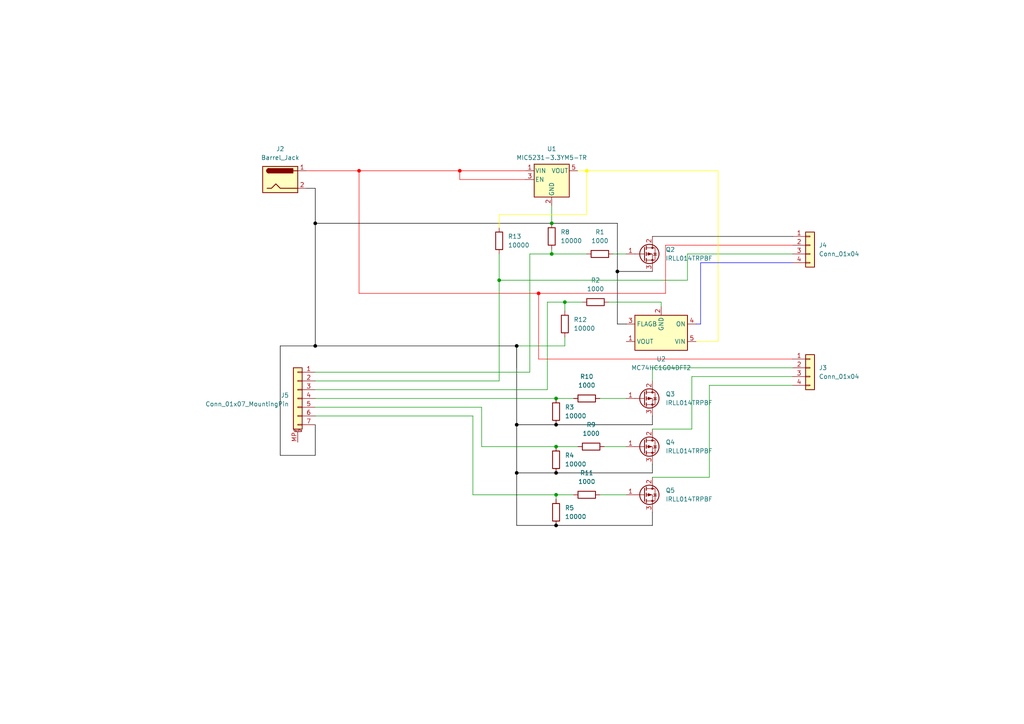
<source format=kicad_sch>
(kicad_sch (version 20230121) (generator eeschema)

  (uuid b877c464-db5e-4743-8cb3-a02e326c6afa)

  (paper "A4")

  (lib_symbols
    (symbol "Connector:Barrel_Jack" (pin_names (offset 1.016)) (in_bom yes) (on_board yes)
      (property "Reference" "J" (at 0 5.334 0)
        (effects (font (size 1.27 1.27)))
      )
      (property "Value" "Barrel_Jack" (at 0 -5.08 0)
        (effects (font (size 1.27 1.27)))
      )
      (property "Footprint" "" (at 1.27 -1.016 0)
        (effects (font (size 1.27 1.27)) hide)
      )
      (property "Datasheet" "~" (at 1.27 -1.016 0)
        (effects (font (size 1.27 1.27)) hide)
      )
      (property "ki_keywords" "DC power barrel jack connector" (at 0 0 0)
        (effects (font (size 1.27 1.27)) hide)
      )
      (property "ki_description" "DC Barrel Jack" (at 0 0 0)
        (effects (font (size 1.27 1.27)) hide)
      )
      (property "ki_fp_filters" "BarrelJack*" (at 0 0 0)
        (effects (font (size 1.27 1.27)) hide)
      )
      (symbol "Barrel_Jack_0_1"
        (rectangle (start -5.08 3.81) (end 5.08 -3.81)
          (stroke (width 0.254) (type default))
          (fill (type background))
        )
        (arc (start -3.302 3.175) (mid -3.9343 2.54) (end -3.302 1.905)
          (stroke (width 0.254) (type default))
          (fill (type none))
        )
        (arc (start -3.302 3.175) (mid -3.9343 2.54) (end -3.302 1.905)
          (stroke (width 0.254) (type default))
          (fill (type outline))
        )
        (polyline
          (pts
            (xy 5.08 2.54)
            (xy 3.81 2.54)
          )
          (stroke (width 0.254) (type default))
          (fill (type none))
        )
        (polyline
          (pts
            (xy -3.81 -2.54)
            (xy -2.54 -2.54)
            (xy -1.27 -1.27)
            (xy 0 -2.54)
            (xy 2.54 -2.54)
            (xy 5.08 -2.54)
          )
          (stroke (width 0.254) (type default))
          (fill (type none))
        )
        (rectangle (start 3.683 3.175) (end -3.302 1.905)
          (stroke (width 0.254) (type default))
          (fill (type outline))
        )
      )
      (symbol "Barrel_Jack_1_1"
        (pin passive line (at 7.62 2.54 180) (length 2.54)
          (name "~" (effects (font (size 1.27 1.27))))
          (number "1" (effects (font (size 1.27 1.27))))
        )
        (pin passive line (at 7.62 -2.54 180) (length 2.54)
          (name "~" (effects (font (size 1.27 1.27))))
          (number "2" (effects (font (size 1.27 1.27))))
        )
      )
    )
    (symbol "Connector_Generic:Conn_01x04" (pin_names (offset 1.016) hide) (in_bom yes) (on_board yes)
      (property "Reference" "J" (at 0 5.08 0)
        (effects (font (size 1.27 1.27)))
      )
      (property "Value" "Conn_01x04" (at 0 -7.62 0)
        (effects (font (size 1.27 1.27)))
      )
      (property "Footprint" "" (at 0 0 0)
        (effects (font (size 1.27 1.27)) hide)
      )
      (property "Datasheet" "~" (at 0 0 0)
        (effects (font (size 1.27 1.27)) hide)
      )
      (property "ki_keywords" "connector" (at 0 0 0)
        (effects (font (size 1.27 1.27)) hide)
      )
      (property "ki_description" "Generic connector, single row, 01x04, script generated (kicad-library-utils/schlib/autogen/connector/)" (at 0 0 0)
        (effects (font (size 1.27 1.27)) hide)
      )
      (property "ki_fp_filters" "Connector*:*_1x??_*" (at 0 0 0)
        (effects (font (size 1.27 1.27)) hide)
      )
      (symbol "Conn_01x04_1_1"
        (rectangle (start -1.27 -4.953) (end 0 -5.207)
          (stroke (width 0.1524) (type default))
          (fill (type none))
        )
        (rectangle (start -1.27 -2.413) (end 0 -2.667)
          (stroke (width 0.1524) (type default))
          (fill (type none))
        )
        (rectangle (start -1.27 0.127) (end 0 -0.127)
          (stroke (width 0.1524) (type default))
          (fill (type none))
        )
        (rectangle (start -1.27 2.667) (end 0 2.413)
          (stroke (width 0.1524) (type default))
          (fill (type none))
        )
        (rectangle (start -1.27 3.81) (end 1.27 -6.35)
          (stroke (width 0.254) (type default))
          (fill (type background))
        )
        (pin passive line (at -5.08 2.54 0) (length 3.81)
          (name "Pin_1" (effects (font (size 1.27 1.27))))
          (number "1" (effects (font (size 1.27 1.27))))
        )
        (pin passive line (at -5.08 0 0) (length 3.81)
          (name "Pin_2" (effects (font (size 1.27 1.27))))
          (number "2" (effects (font (size 1.27 1.27))))
        )
        (pin passive line (at -5.08 -2.54 0) (length 3.81)
          (name "Pin_3" (effects (font (size 1.27 1.27))))
          (number "3" (effects (font (size 1.27 1.27))))
        )
        (pin passive line (at -5.08 -5.08 0) (length 3.81)
          (name "Pin_4" (effects (font (size 1.27 1.27))))
          (number "4" (effects (font (size 1.27 1.27))))
        )
      )
    )
    (symbol "Connector_Generic_MountingPin:Conn_01x07_MountingPin" (pin_names (offset 1.016) hide) (in_bom yes) (on_board yes)
      (property "Reference" "J" (at 0 10.16 0)
        (effects (font (size 1.27 1.27)))
      )
      (property "Value" "Conn_01x07_MountingPin" (at 1.27 -10.16 0)
        (effects (font (size 1.27 1.27)) (justify left))
      )
      (property "Footprint" "" (at 0 0 0)
        (effects (font (size 1.27 1.27)) hide)
      )
      (property "Datasheet" "~" (at 0 0 0)
        (effects (font (size 1.27 1.27)) hide)
      )
      (property "ki_keywords" "connector" (at 0 0 0)
        (effects (font (size 1.27 1.27)) hide)
      )
      (property "ki_description" "Generic connectable mounting pin connector, single row, 01x07, script generated (kicad-library-utils/schlib/autogen/connector/)" (at 0 0 0)
        (effects (font (size 1.27 1.27)) hide)
      )
      (property "ki_fp_filters" "Connector*:*_1x??-1MP*" (at 0 0 0)
        (effects (font (size 1.27 1.27)) hide)
      )
      (symbol "Conn_01x07_MountingPin_1_1"
        (rectangle (start -1.27 -7.493) (end 0 -7.747)
          (stroke (width 0.1524) (type default))
          (fill (type none))
        )
        (rectangle (start -1.27 -4.953) (end 0 -5.207)
          (stroke (width 0.1524) (type default))
          (fill (type none))
        )
        (rectangle (start -1.27 -2.413) (end 0 -2.667)
          (stroke (width 0.1524) (type default))
          (fill (type none))
        )
        (rectangle (start -1.27 0.127) (end 0 -0.127)
          (stroke (width 0.1524) (type default))
          (fill (type none))
        )
        (rectangle (start -1.27 2.667) (end 0 2.413)
          (stroke (width 0.1524) (type default))
          (fill (type none))
        )
        (rectangle (start -1.27 5.207) (end 0 4.953)
          (stroke (width 0.1524) (type default))
          (fill (type none))
        )
        (rectangle (start -1.27 7.747) (end 0 7.493)
          (stroke (width 0.1524) (type default))
          (fill (type none))
        )
        (rectangle (start -1.27 8.89) (end 1.27 -8.89)
          (stroke (width 0.254) (type default))
          (fill (type background))
        )
        (polyline
          (pts
            (xy -1.016 -9.652)
            (xy 1.016 -9.652)
          )
          (stroke (width 0.1524) (type default))
          (fill (type none))
        )
        (text "Mounting" (at 0 -9.271 0)
          (effects (font (size 0.381 0.381)))
        )
        (pin passive line (at -5.08 7.62 0) (length 3.81)
          (name "Pin_1" (effects (font (size 1.27 1.27))))
          (number "1" (effects (font (size 1.27 1.27))))
        )
        (pin passive line (at -5.08 5.08 0) (length 3.81)
          (name "Pin_2" (effects (font (size 1.27 1.27))))
          (number "2" (effects (font (size 1.27 1.27))))
        )
        (pin passive line (at -5.08 2.54 0) (length 3.81)
          (name "Pin_3" (effects (font (size 1.27 1.27))))
          (number "3" (effects (font (size 1.27 1.27))))
        )
        (pin passive line (at -5.08 0 0) (length 3.81)
          (name "Pin_4" (effects (font (size 1.27 1.27))))
          (number "4" (effects (font (size 1.27 1.27))))
        )
        (pin passive line (at -5.08 -2.54 0) (length 3.81)
          (name "Pin_5" (effects (font (size 1.27 1.27))))
          (number "5" (effects (font (size 1.27 1.27))))
        )
        (pin passive line (at -5.08 -5.08 0) (length 3.81)
          (name "Pin_6" (effects (font (size 1.27 1.27))))
          (number "6" (effects (font (size 1.27 1.27))))
        )
        (pin passive line (at -5.08 -7.62 0) (length 3.81)
          (name "Pin_7" (effects (font (size 1.27 1.27))))
          (number "7" (effects (font (size 1.27 1.27))))
        )
        (pin passive line (at 0 -12.7 90) (length 3.048)
          (name "MountPin" (effects (font (size 1.27 1.27))))
          (number "MP" (effects (font (size 1.27 1.27))))
        )
      )
    )
    (symbol "Device:R" (pin_numbers hide) (pin_names (offset 0)) (in_bom yes) (on_board yes)
      (property "Reference" "R" (at 2.032 0 90)
        (effects (font (size 1.27 1.27)))
      )
      (property "Value" "R" (at 0 0 90)
        (effects (font (size 1.27 1.27)))
      )
      (property "Footprint" "" (at -1.778 0 90)
        (effects (font (size 1.27 1.27)) hide)
      )
      (property "Datasheet" "~" (at 0 0 0)
        (effects (font (size 1.27 1.27)) hide)
      )
      (property "ki_keywords" "R res resistor" (at 0 0 0)
        (effects (font (size 1.27 1.27)) hide)
      )
      (property "ki_description" "Resistor" (at 0 0 0)
        (effects (font (size 1.27 1.27)) hide)
      )
      (property "ki_fp_filters" "R_*" (at 0 0 0)
        (effects (font (size 1.27 1.27)) hide)
      )
      (symbol "R_0_1"
        (rectangle (start -1.016 -2.54) (end 1.016 2.54)
          (stroke (width 0.254) (type default))
          (fill (type none))
        )
      )
      (symbol "R_1_1"
        (pin passive line (at 0 3.81 270) (length 1.27)
          (name "~" (effects (font (size 1.27 1.27))))
          (number "1" (effects (font (size 1.27 1.27))))
        )
        (pin passive line (at 0 -3.81 90) (length 1.27)
          (name "~" (effects (font (size 1.27 1.27))))
          (number "2" (effects (font (size 1.27 1.27))))
        )
      )
    )
    (symbol "Power_Management:FPF2002" (in_bom yes) (on_board yes)
      (property "Reference" "U" (at -7.62 6.35 0)
        (effects (font (size 1.27 1.27)))
      )
      (property "Value" "FPF2002" (at 3.81 6.35 0)
        (effects (font (size 1.27 1.27)))
      )
      (property "Footprint" "Package_TO_SOT_SMD:SOT-353_SC-70-5" (at 22.86 -7.62 0)
        (effects (font (size 1.27 1.27)) hide)
      )
      (property "Datasheet" "https://www.onsemi.com/pub/Collateral/FPF2001-D.pdf" (at -1.27 10.16 0)
        (effects (font (size 1.27 1.27)) hide)
      )
      (property "ki_keywords" "1-chanel power-distribution USB" (at 0 0 0)
        (effects (font (size 1.27 1.27)) hide)
      )
      (property "ki_description" "Single power-distribution switcher, current limit = 50mA, blanking time = 10 ms, w/o auto-restart, ON Pin Polarity = HIGH, SOT-353" (at 0 0 0)
        (effects (font (size 1.27 1.27)) hide)
      )
      (property "ki_fp_filters" "SOT?353*" (at 0 0 0)
        (effects (font (size 1.27 1.27)) hide)
      )
      (symbol "FPF2002_0_1"
        (rectangle (start -7.62 5.08) (end 7.62 -5.08)
          (stroke (width 0.254) (type default))
          (fill (type background))
        )
      )
      (symbol "FPF2002_1_1"
        (pin power_out line (at 10.16 2.54 180) (length 2.54)
          (name "VOUT" (effects (font (size 1.27 1.27))))
          (number "1" (effects (font (size 1.27 1.27))))
        )
        (pin power_in line (at 0 -7.62 90) (length 2.54)
          (name "GND" (effects (font (size 1.27 1.27))))
          (number "2" (effects (font (size 1.27 1.27))))
        )
        (pin open_collector line (at 10.16 -2.54 180) (length 2.54)
          (name "FLAGB" (effects (font (size 1.27 1.27))))
          (number "3" (effects (font (size 1.27 1.27))))
        )
        (pin input line (at -10.16 -2.54 0) (length 2.54)
          (name "ON" (effects (font (size 1.27 1.27))))
          (number "4" (effects (font (size 1.27 1.27))))
        )
        (pin power_in line (at -10.16 2.54 0) (length 2.54)
          (name "VIN" (effects (font (size 1.27 1.27))))
          (number "5" (effects (font (size 1.27 1.27))))
        )
      )
    )
    (symbol "Regulator_Linear:AP2112K-1.8" (pin_names (offset 0.254)) (in_bom yes) (on_board yes)
      (property "Reference" "U" (at -5.08 5.715 0)
        (effects (font (size 1.27 1.27)) (justify left))
      )
      (property "Value" "AP2112K-1.8" (at 0 5.715 0)
        (effects (font (size 1.27 1.27)) (justify left))
      )
      (property "Footprint" "Package_TO_SOT_SMD:SOT-23-5" (at 0 8.255 0)
        (effects (font (size 1.27 1.27)) hide)
      )
      (property "Datasheet" "https://www.diodes.com/assets/Datasheets/AP2112.pdf" (at 0 2.54 0)
        (effects (font (size 1.27 1.27)) hide)
      )
      (property "ki_keywords" "linear regulator ldo fixed positive" (at 0 0 0)
        (effects (font (size 1.27 1.27)) hide)
      )
      (property "ki_description" "600mA low dropout linear regulator, with enable pin, 2.5V-6V input voltage range, 1.8V fixed positive output, SOT-23-5" (at 0 0 0)
        (effects (font (size 1.27 1.27)) hide)
      )
      (property "ki_fp_filters" "SOT?23?5*" (at 0 0 0)
        (effects (font (size 1.27 1.27)) hide)
      )
      (symbol "AP2112K-1.8_0_1"
        (rectangle (start -5.08 4.445) (end 5.08 -5.08)
          (stroke (width 0.254) (type default))
          (fill (type background))
        )
      )
      (symbol "AP2112K-1.8_1_1"
        (pin power_in line (at -7.62 2.54 0) (length 2.54)
          (name "VIN" (effects (font (size 1.27 1.27))))
          (number "1" (effects (font (size 1.27 1.27))))
        )
        (pin power_in line (at 0 -7.62 90) (length 2.54)
          (name "GND" (effects (font (size 1.27 1.27))))
          (number "2" (effects (font (size 1.27 1.27))))
        )
        (pin input line (at -7.62 0 0) (length 2.54)
          (name "EN" (effects (font (size 1.27 1.27))))
          (number "3" (effects (font (size 1.27 1.27))))
        )
        (pin no_connect line (at 5.08 0 180) (length 2.54) hide
          (name "NC" (effects (font (size 1.27 1.27))))
          (number "4" (effects (font (size 1.27 1.27))))
        )
        (pin power_out line (at 7.62 2.54 180) (length 2.54)
          (name "VOUT" (effects (font (size 1.27 1.27))))
          (number "5" (effects (font (size 1.27 1.27))))
        )
      )
    )
    (symbol "Transistor_FET:ZXMP4A16G" (pin_names hide) (in_bom yes) (on_board yes)
      (property "Reference" "Q" (at 5.08 1.905 0)
        (effects (font (size 1.27 1.27)) (justify left))
      )
      (property "Value" "ZXMP4A16G" (at 5.08 0 0)
        (effects (font (size 1.27 1.27)) (justify left))
      )
      (property "Footprint" "Package_TO_SOT_SMD:SOT-223-3_TabPin2" (at 5.08 -1.905 0)
        (effects (font (size 1.27 1.27) italic) (justify left) hide)
      )
      (property "Datasheet" "https://www.diodes.com/assets/Datasheets/ZXMP4A16G.pdf" (at 5.08 -3.81 0)
        (effects (font (size 1.27 1.27)) (justify left) hide)
      )
      (property "ki_keywords" "P-Channel MOSFET" (at 0 0 0)
        (effects (font (size 1.27 1.27)) hide)
      )
      (property "ki_description" "-6.4A Id, -40V Vds, P-Channel MOSFET, SOT-223" (at 0 0 0)
        (effects (font (size 1.27 1.27)) hide)
      )
      (property "ki_fp_filters" "SOT?223*" (at 0 0 0)
        (effects (font (size 1.27 1.27)) hide)
      )
      (symbol "ZXMP4A16G_0_1"
        (polyline
          (pts
            (xy 0.254 0)
            (xy -2.54 0)
          )
          (stroke (width 0) (type default))
          (fill (type none))
        )
        (polyline
          (pts
            (xy 0.254 1.905)
            (xy 0.254 -1.905)
          )
          (stroke (width 0.254) (type default))
          (fill (type none))
        )
        (polyline
          (pts
            (xy 0.762 -1.27)
            (xy 0.762 -2.286)
          )
          (stroke (width 0.254) (type default))
          (fill (type none))
        )
        (polyline
          (pts
            (xy 0.762 0.508)
            (xy 0.762 -0.508)
          )
          (stroke (width 0.254) (type default))
          (fill (type none))
        )
        (polyline
          (pts
            (xy 0.762 2.286)
            (xy 0.762 1.27)
          )
          (stroke (width 0.254) (type default))
          (fill (type none))
        )
        (polyline
          (pts
            (xy 2.54 2.54)
            (xy 2.54 1.778)
          )
          (stroke (width 0) (type default))
          (fill (type none))
        )
        (polyline
          (pts
            (xy 2.54 -2.54)
            (xy 2.54 0)
            (xy 0.762 0)
          )
          (stroke (width 0) (type default))
          (fill (type none))
        )
        (polyline
          (pts
            (xy 0.762 1.778)
            (xy 3.302 1.778)
            (xy 3.302 -1.778)
            (xy 0.762 -1.778)
          )
          (stroke (width 0) (type default))
          (fill (type none))
        )
        (polyline
          (pts
            (xy 2.286 0)
            (xy 1.27 0.381)
            (xy 1.27 -0.381)
            (xy 2.286 0)
          )
          (stroke (width 0) (type default))
          (fill (type outline))
        )
        (polyline
          (pts
            (xy 2.794 -0.508)
            (xy 2.921 -0.381)
            (xy 3.683 -0.381)
            (xy 3.81 -0.254)
          )
          (stroke (width 0) (type default))
          (fill (type none))
        )
        (polyline
          (pts
            (xy 3.302 -0.381)
            (xy 2.921 0.254)
            (xy 3.683 0.254)
            (xy 3.302 -0.381)
          )
          (stroke (width 0) (type default))
          (fill (type none))
        )
        (circle (center 1.651 0) (radius 2.794)
          (stroke (width 0.254) (type default))
          (fill (type none))
        )
        (circle (center 2.54 -1.778) (radius 0.254)
          (stroke (width 0) (type default))
          (fill (type outline))
        )
        (circle (center 2.54 1.778) (radius 0.254)
          (stroke (width 0) (type default))
          (fill (type outline))
        )
      )
      (symbol "ZXMP4A16G_1_1"
        (pin input line (at -5.08 0 0) (length 2.54)
          (name "G" (effects (font (size 1.27 1.27))))
          (number "1" (effects (font (size 1.27 1.27))))
        )
        (pin passive line (at 2.54 5.08 270) (length 2.54)
          (name "D" (effects (font (size 1.27 1.27))))
          (number "2" (effects (font (size 1.27 1.27))))
        )
        (pin passive line (at 2.54 -5.08 90) (length 2.54)
          (name "S" (effects (font (size 1.27 1.27))))
          (number "3" (effects (font (size 1.27 1.27))))
        )
      )
    )
  )

  (junction (at 156.21 85.09) (diameter 0) (color 255 0 0 1)
    (uuid 039e3071-5928-4c97-97a2-e85db75a1e35)
  )
  (junction (at 149.86 100.33) (diameter 0) (color 0 0 0 1)
    (uuid 0c9e5c55-ce86-4ef2-ab03-800c52283ebd)
  )
  (junction (at 91.44 64.77) (diameter 0) (color 0 0 0 1)
    (uuid 1fefb09f-30b4-4b71-a909-e00b5627005e)
  )
  (junction (at 161.29 137.16) (diameter 0) (color 0 0 0 1)
    (uuid 25c62edd-f2dc-4c6c-adaf-9adb1f31aafd)
  )
  (junction (at 160.02 64.77) (diameter 0) (color 0 0 0 0)
    (uuid 2998268e-300c-414d-88a5-66486d5a0727)
  )
  (junction (at 133.35 49.53) (diameter 0) (color 255 0 0 1)
    (uuid 3e56b48a-1323-443d-a9dc-9b601fc4c058)
  )
  (junction (at 104.14 49.53) (diameter 0) (color 255 0 0 1)
    (uuid 42ffd73f-3240-44ba-b6dd-0326353ed8e9)
  )
  (junction (at 161.29 115.57) (diameter 0) (color 0 0 0 0)
    (uuid 53287749-06c9-45c9-88db-424040f6fee7)
  )
  (junction (at 161.29 152.4) (diameter 0) (color 0 0 0 1)
    (uuid 611d093c-eaca-466d-a808-03ecfc66297f)
  )
  (junction (at 161.29 123.19) (diameter 0) (color 0 0 0 1)
    (uuid 64954f73-f253-4701-81f4-8a816879c592)
  )
  (junction (at 144.78 81.28) (diameter 0) (color 0 0 0 0)
    (uuid 689050f7-fefd-4e9e-9355-2a09f1ceb3ab)
  )
  (junction (at 91.44 100.33) (diameter 0) (color 0 0 0 1)
    (uuid 7f3ca98d-4ffb-48c8-adc5-b0ee2369cee3)
  )
  (junction (at 160.02 73.66) (diameter 0) (color 0 0 0 0)
    (uuid 8866e229-ea1c-44dd-bf71-4c9cfe871cc1)
  )
  (junction (at 149.86 123.19) (diameter 0) (color 0 0 0 1)
    (uuid 914ac425-1b93-4570-9db8-9e2eb8acc5bc)
  )
  (junction (at 163.83 87.63) (diameter 0) (color 0 0 0 0)
    (uuid 98faee6c-1665-4110-901e-0587d74d39b8)
  )
  (junction (at 161.29 129.54) (diameter 0) (color 0 0 0 0)
    (uuid a18fc685-8a4a-4be1-b7d4-7ff250889f89)
  )
  (junction (at 170.18 49.53) (diameter 0) (color 255 255 0 1)
    (uuid bcb4c8c2-402c-45d1-9e69-c3f113c0cae2)
  )
  (junction (at 149.86 137.16) (diameter 0) (color 0 0 0 1)
    (uuid d745c280-d638-40e0-bc78-e4cd12589ebd)
  )
  (junction (at 161.29 143.51) (diameter 0) (color 0 0 0 0)
    (uuid f0ab3658-ed52-4e0e-a16f-9c46a3adcf73)
  )
  (junction (at 179.07 78.74) (diameter 0) (color 0 0 0 1)
    (uuid f53b152f-0b6e-4d99-b6d4-61a5b9e9a333)
  )

  (wire (pts (xy 160.02 73.66) (xy 170.18 73.66))
    (stroke (width 0) (type default))
    (uuid 011352fe-d771-4ca7-ab6d-5a1d246ac34f)
  )
  (wire (pts (xy 133.35 52.07) (xy 133.35 49.53))
    (stroke (width 0) (type default) (color 255 0 0 1))
    (uuid 035ca358-fcad-4a06-b7d7-b01bb3b838ac)
  )
  (wire (pts (xy 189.23 152.4) (xy 189.23 148.59))
    (stroke (width 0) (type default) (color 0 0 0 1))
    (uuid 04c3a397-731a-4cd6-8e95-b8a4d185b733)
  )
  (wire (pts (xy 163.83 90.17) (xy 163.83 87.63))
    (stroke (width 0) (type default))
    (uuid 086a0a32-e7ad-4cb7-a974-2cb5961dab64)
  )
  (wire (pts (xy 229.87 111.76) (xy 205.74 111.76))
    (stroke (width 0) (type default))
    (uuid 0942cc01-ec65-4476-98f1-3ffd625a3e1a)
  )
  (wire (pts (xy 161.29 129.54) (xy 167.64 129.54))
    (stroke (width 0) (type default))
    (uuid 09b38058-bdb1-4ced-be1b-db255426176f)
  )
  (wire (pts (xy 137.16 143.51) (xy 161.29 143.51))
    (stroke (width 0) (type default))
    (uuid 0a8d763d-38b5-4ac4-8aab-58ac5bb69de8)
  )
  (wire (pts (xy 81.28 100.33) (xy 91.44 100.33))
    (stroke (width 0) (type default) (color 0 0 0 1))
    (uuid 0a9c5dcc-dbbd-4113-a15d-ee982a9be449)
  )
  (wire (pts (xy 144.78 62.23) (xy 170.18 62.23))
    (stroke (width 0) (type default) (color 255 255 0 1))
    (uuid 0c9c34a9-ef2a-409e-849e-0d9d2a0a344e)
  )
  (wire (pts (xy 104.14 49.53) (xy 133.35 49.53))
    (stroke (width 0) (type default) (color 255 0 0 1))
    (uuid 14bd74a5-a6b6-405e-ad87-2778412a5f38)
  )
  (wire (pts (xy 160.02 59.69) (xy 160.02 64.77))
    (stroke (width 0) (type default))
    (uuid 1540a71a-d60f-4fae-83d5-69bc97f7a214)
  )
  (wire (pts (xy 91.44 123.19) (xy 91.44 132.08))
    (stroke (width 0) (type default) (color 0 0 0 1))
    (uuid 1a48ed3b-41b6-43f3-9371-418cbbc8cc11)
  )
  (wire (pts (xy 201.93 99.06) (xy 208.28 99.06))
    (stroke (width 0) (type default) (color 255 255 0 1))
    (uuid 1b09b8ad-5c19-48d0-bef3-2dba771c191f)
  )
  (wire (pts (xy 160.02 64.77) (xy 179.07 64.77))
    (stroke (width 0) (type default) (color 0 0 0 1))
    (uuid 1c015d6a-b1c1-40bf-a818-482c6e3d6522)
  )
  (wire (pts (xy 176.53 87.63) (xy 191.77 87.63))
    (stroke (width 0) (type default))
    (uuid 1e2f0813-c10a-4e08-8f5f-0f7387eba6a7)
  )
  (wire (pts (xy 91.44 54.61) (xy 88.9 54.61))
    (stroke (width 0) (type default) (color 0 0 0 1))
    (uuid 26ea063a-0b7a-4aa0-ad2c-b343cfb35b20)
  )
  (wire (pts (xy 181.61 93.98) (xy 179.07 93.98))
    (stroke (width 0) (type default) (color 0 0 0 1))
    (uuid 2d4d0a29-05b7-4dcf-a085-688d9a85afa0)
  )
  (wire (pts (xy 161.29 143.51) (xy 161.29 144.78))
    (stroke (width 0) (type default))
    (uuid 2de3970b-5dd5-43f8-8d5e-a24daaafa45e)
  )
  (wire (pts (xy 167.64 49.53) (xy 170.18 49.53))
    (stroke (width 0) (type default) (color 255 255 0 1))
    (uuid 2edc9300-6934-49e0-9344-a01687a03861)
  )
  (wire (pts (xy 189.23 137.16) (xy 189.23 134.62))
    (stroke (width 0) (type default) (color 0 0 0 1))
    (uuid 30283a69-39b8-4f1e-86b8-3e18247a9c96)
  )
  (wire (pts (xy 104.14 49.53) (xy 104.14 85.09))
    (stroke (width 0) (type default) (color 255 0 0 1))
    (uuid 30926d20-4631-4df3-b976-2c148f1ff12d)
  )
  (wire (pts (xy 91.44 113.03) (xy 158.75 113.03))
    (stroke (width 0) (type default))
    (uuid 30bc7f21-6d44-4788-aa83-765786edc90b)
  )
  (wire (pts (xy 144.78 73.66) (xy 144.78 81.28))
    (stroke (width 0) (type default))
    (uuid 33fed645-f712-4120-a6d9-8f1e4ddfd362)
  )
  (wire (pts (xy 175.26 129.54) (xy 181.61 129.54))
    (stroke (width 0) (type default))
    (uuid 3f42a921-4c5b-40b9-a26c-971fb78fc5cb)
  )
  (wire (pts (xy 189.23 123.19) (xy 189.23 120.65))
    (stroke (width 0) (type default) (color 0 0 0 1))
    (uuid 4074cc98-28b8-41a2-b576-256ac77aee4e)
  )
  (wire (pts (xy 149.86 100.33) (xy 163.83 100.33))
    (stroke (width 0) (type default))
    (uuid 430b4d45-a737-49d0-bb22-06a68278bef2)
  )
  (wire (pts (xy 161.29 123.19) (xy 189.23 123.19))
    (stroke (width 0) (type default) (color 0 0 0 1))
    (uuid 449bb1de-d868-4040-81b4-edfe2274feb9)
  )
  (wire (pts (xy 199.39 73.66) (xy 199.39 81.28))
    (stroke (width 0) (type default))
    (uuid 48b08043-d563-43ef-b470-641d8752d25a)
  )
  (wire (pts (xy 173.99 115.57) (xy 181.61 115.57))
    (stroke (width 0) (type default))
    (uuid 4c554e0a-7a73-451f-97eb-645488bb5665)
  )
  (wire (pts (xy 156.21 85.09) (xy 104.14 85.09))
    (stroke (width 0) (type default) (color 255 0 0 1))
    (uuid 4ce90df8-7b5e-40a0-befc-9eea90052f6b)
  )
  (wire (pts (xy 139.7 118.11) (xy 91.44 118.11))
    (stroke (width 0) (type default))
    (uuid 53f51edb-96fb-4a84-8fb6-ba4ea7018e16)
  )
  (wire (pts (xy 149.86 152.4) (xy 161.29 152.4))
    (stroke (width 0) (type default) (color 0 0 0 1))
    (uuid 54c0611c-0d47-4a87-8188-af06b381dcbb)
  )
  (wire (pts (xy 91.44 120.65) (xy 137.16 120.65))
    (stroke (width 0) (type default))
    (uuid 56195fba-919f-4e2f-8f03-665a8d07978c)
  )
  (wire (pts (xy 149.86 123.19) (xy 149.86 137.16))
    (stroke (width 0) (type default) (color 0 0 0 1))
    (uuid 5dfe8385-7287-4a00-b8bf-464a22f6c2a9)
  )
  (wire (pts (xy 156.21 85.09) (xy 156.21 104.14))
    (stroke (width 0) (type default) (color 255 0 0 1))
    (uuid 5f2b04ea-773a-4ade-96d8-c0771c58859a)
  )
  (wire (pts (xy 170.18 49.53) (xy 208.28 49.53))
    (stroke (width 0) (type default) (color 255 255 0 1))
    (uuid 68794414-5191-46d5-b6ba-99e238371a63)
  )
  (wire (pts (xy 156.21 85.09) (xy 193.04 85.09))
    (stroke (width 0) (type default) (color 255 0 0 1))
    (uuid 76da1100-4aff-4917-960e-f0b19a06a17b)
  )
  (wire (pts (xy 205.74 138.43) (xy 189.23 138.43))
    (stroke (width 0) (type default))
    (uuid 771de501-abea-4551-9fd1-349b1976ad9b)
  )
  (wire (pts (xy 199.39 73.66) (xy 229.87 73.66))
    (stroke (width 0) (type default))
    (uuid 789f1c22-bf2e-4809-8596-dd86263e8b3f)
  )
  (wire (pts (xy 158.75 87.63) (xy 163.83 87.63))
    (stroke (width 0) (type default))
    (uuid 7a8bc61f-3629-4a0b-a0ba-92f263c87ab0)
  )
  (wire (pts (xy 153.67 73.66) (xy 160.02 73.66))
    (stroke (width 0) (type default))
    (uuid 83e6487b-c488-4679-aec1-85ff0d4d1a1d)
  )
  (wire (pts (xy 193.04 71.12) (xy 229.87 71.12))
    (stroke (width 0) (type default) (color 255 0 0 1))
    (uuid 8bdfe9cd-1a92-407e-aeb3-d358652e9f75)
  )
  (wire (pts (xy 104.14 49.53) (xy 88.9 49.53))
    (stroke (width 0) (type default) (color 255 0 0 1))
    (uuid 8d1e234d-b1ec-4e6b-92af-7a6e3db6005c)
  )
  (wire (pts (xy 161.29 143.51) (xy 166.37 143.51))
    (stroke (width 0) (type default))
    (uuid 9436d204-adad-4cc9-b2ac-d31241bf0bc1)
  )
  (wire (pts (xy 161.29 115.57) (xy 166.37 115.57))
    (stroke (width 0) (type default))
    (uuid 9be6a25a-891c-4a35-9b9e-59f9f30accd9)
  )
  (wire (pts (xy 179.07 64.77) (xy 179.07 78.74))
    (stroke (width 0) (type default) (color 0 0 0 1))
    (uuid 9cfca934-8e09-4bed-93bc-d9c7169aee4c)
  )
  (wire (pts (xy 161.29 152.4) (xy 189.23 152.4))
    (stroke (width 0) (type default) (color 0 0 0 1))
    (uuid a1c9c514-7578-41a0-b895-fae263fd83b9)
  )
  (wire (pts (xy 161.29 137.16) (xy 189.23 137.16))
    (stroke (width 0) (type default) (color 0 0 0 1))
    (uuid a51190b0-70f8-4ab3-84a9-c2ca6c8ffbfc)
  )
  (wire (pts (xy 193.04 71.12) (xy 193.04 85.09))
    (stroke (width 0) (type default) (color 255 0 0 1))
    (uuid a679d917-14b5-4cc7-a1e4-a57b45a0eaea)
  )
  (wire (pts (xy 163.83 97.79) (xy 163.83 100.33))
    (stroke (width 0) (type default))
    (uuid a6c54f3f-27d5-4ca9-acd0-dfd875fccb15)
  )
  (wire (pts (xy 144.78 81.28) (xy 144.78 110.49))
    (stroke (width 0) (type default))
    (uuid a7414594-0ad5-4d7e-8856-76a3dad8739b)
  )
  (wire (pts (xy 208.28 49.53) (xy 208.28 99.06))
    (stroke (width 0) (type default) (color 255 255 0 1))
    (uuid a8b0a3bd-4ebe-4cca-a14c-8c0d9b8a22e5)
  )
  (wire (pts (xy 189.23 68.58) (xy 229.87 68.58))
    (stroke (width 0) (type default) (color 0 0 0 1))
    (uuid afb07fc4-b7df-4bae-ab24-a4e2863b7ba4)
  )
  (wire (pts (xy 179.07 78.74) (xy 189.23 78.74))
    (stroke (width 0) (type default) (color 0 0 0 1))
    (uuid b0a42311-78d5-4f34-85f7-541caf67f896)
  )
  (wire (pts (xy 229.87 109.22) (xy 200.66 109.22))
    (stroke (width 0) (type default))
    (uuid b8c9b0e1-6a23-48da-9762-b8591488f0eb)
  )
  (wire (pts (xy 133.35 49.53) (xy 152.4 49.53))
    (stroke (width 0) (type default) (color 255 0 0 1))
    (uuid b926e605-1421-4bdf-9977-a48e1f85adec)
  )
  (wire (pts (xy 156.21 104.14) (xy 229.87 104.14))
    (stroke (width 0) (type default) (color 255 0 0 1))
    (uuid b99cb9a4-8d10-43b0-b2a1-ba5d00b297ac)
  )
  (wire (pts (xy 161.29 123.19) (xy 149.86 123.19))
    (stroke (width 0) (type default) (color 0 0 0 1))
    (uuid ba3165c4-6e82-4837-899a-129f0668da0c)
  )
  (wire (pts (xy 203.2 76.2) (xy 229.87 76.2))
    (stroke (width 0) (type default) (color 0 0 255 1))
    (uuid c1b0587c-112c-4fc7-8303-a1d12a747d3f)
  )
  (wire (pts (xy 139.7 129.54) (xy 139.7 118.11))
    (stroke (width 0) (type default))
    (uuid c4eedc87-06c0-4d8e-9e6b-710a5d8b4624)
  )
  (wire (pts (xy 137.16 120.65) (xy 137.16 143.51))
    (stroke (width 0) (type default))
    (uuid c6260a8e-c91e-4f60-8aa0-bd8c4aedd830)
  )
  (wire (pts (xy 170.18 49.53) (xy 170.18 62.23))
    (stroke (width 0) (type default) (color 255 255 0 1))
    (uuid c6a826c9-c8b6-48ee-88e8-6d6d72e4f2d0)
  )
  (wire (pts (xy 91.44 64.77) (xy 91.44 100.33))
    (stroke (width 0) (type default) (color 0 0 0 1))
    (uuid ca5724e1-fdfb-478c-ad02-95ac37656517)
  )
  (wire (pts (xy 91.44 115.57) (xy 161.29 115.57))
    (stroke (width 0) (type default))
    (uuid caf5157f-4d77-49d8-a79e-f22d50cd6634)
  )
  (wire (pts (xy 201.93 93.98) (xy 203.2 93.98))
    (stroke (width 0) (type default) (color 0 0 255 1))
    (uuid cb3c97d8-a94f-45b9-96f3-cf901029e5a7)
  )
  (wire (pts (xy 153.67 107.95) (xy 91.44 107.95))
    (stroke (width 0) (type default))
    (uuid cbd8ed28-fced-4a4d-86d2-01d72aafa428)
  )
  (wire (pts (xy 144.78 81.28) (xy 199.39 81.28))
    (stroke (width 0) (type default))
    (uuid ce7a3027-bdaf-49d2-92f5-14e3cc5446ff)
  )
  (wire (pts (xy 203.2 76.2) (xy 203.2 93.98))
    (stroke (width 0) (type default) (color 0 0 255 1))
    (uuid d1295bcc-a2e7-4116-bbe6-e2d21eee04dd)
  )
  (wire (pts (xy 91.44 132.08) (xy 81.28 132.08))
    (stroke (width 0) (type default) (color 0 0 0 1))
    (uuid d3597ead-89ca-447a-94b3-b8f99b35537e)
  )
  (wire (pts (xy 177.8 73.66) (xy 181.61 73.66))
    (stroke (width 0) (type default))
    (uuid d3f97093-ed22-45ab-83c2-561620138048)
  )
  (wire (pts (xy 139.7 129.54) (xy 161.29 129.54))
    (stroke (width 0) (type default))
    (uuid d47f3ee7-cdd8-4908-a075-f112bb26a2dc)
  )
  (wire (pts (xy 91.44 110.49) (xy 144.78 110.49))
    (stroke (width 0) (type default))
    (uuid d4c6c9b9-8c45-460c-b9e4-319106327347)
  )
  (wire (pts (xy 229.87 106.68) (xy 189.23 106.68))
    (stroke (width 0) (type default))
    (uuid d5f51aaa-6958-48c8-b548-db2203808e1a)
  )
  (wire (pts (xy 91.44 100.33) (xy 149.86 100.33))
    (stroke (width 0) (type default) (color 0 0 0 1))
    (uuid d737b89e-ee66-4f92-a959-e82196d36d81)
  )
  (wire (pts (xy 200.66 124.46) (xy 189.23 124.46))
    (stroke (width 0) (type default))
    (uuid d9090239-879a-4b2d-8c6b-6831f21f9e8f)
  )
  (wire (pts (xy 133.35 52.07) (xy 152.4 52.07))
    (stroke (width 0) (type default) (color 255 0 0 1))
    (uuid db84a1d6-0e72-4c8a-901f-9836db821b89)
  )
  (wire (pts (xy 149.86 152.4) (xy 149.86 137.16))
    (stroke (width 0) (type default) (color 0 0 0 1))
    (uuid dc4b3472-09cc-4b8d-b299-1f585690b64f)
  )
  (wire (pts (xy 189.23 106.68) (xy 189.23 110.49))
    (stroke (width 0) (type default))
    (uuid de7f3e1c-cbcf-4692-9e58-7d80d623b2d4)
  )
  (wire (pts (xy 205.74 111.76) (xy 205.74 138.43))
    (stroke (width 0) (type default))
    (uuid e0a97a2d-be4e-4910-9137-eb24ea7aed7e)
  )
  (wire (pts (xy 149.86 100.33) (xy 149.86 123.19))
    (stroke (width 0) (type default) (color 0 0 0 1))
    (uuid e40665f9-9441-482e-ba84-59b9be675f7e)
  )
  (wire (pts (xy 179.07 78.74) (xy 179.07 93.98))
    (stroke (width 0) (type default) (color 0 0 0 1))
    (uuid e86ebf0b-6343-40b8-b147-23b287cdfe24)
  )
  (wire (pts (xy 160.02 72.39) (xy 160.02 73.66))
    (stroke (width 0) (type default))
    (uuid e982308f-b3c4-4173-a951-75edb5659217)
  )
  (wire (pts (xy 163.83 87.63) (xy 168.91 87.63))
    (stroke (width 0) (type default))
    (uuid ea34c066-58a9-43b9-9743-7f33a873be6a)
  )
  (wire (pts (xy 158.75 87.63) (xy 158.75 113.03))
    (stroke (width 0) (type default))
    (uuid eac7b5e3-dba4-43cd-be24-c99456cd2eca)
  )
  (wire (pts (xy 91.44 54.61) (xy 91.44 64.77))
    (stroke (width 0) (type default) (color 0 0 0 1))
    (uuid ed97c8e8-d9cf-4c41-981b-725aafd06b08)
  )
  (wire (pts (xy 149.86 100.33) (xy 149.86 106.68))
    (stroke (width 0) (type default))
    (uuid ee399248-0849-4505-80c8-c92333d67b5c)
  )
  (wire (pts (xy 91.44 64.77) (xy 160.02 64.77))
    (stroke (width 0) (type default) (color 0 0 0 1))
    (uuid f2e65aa2-7e8a-47e7-b437-521397b902a5)
  )
  (wire (pts (xy 81.28 132.08) (xy 81.28 100.33))
    (stroke (width 0) (type default) (color 0 0 0 1))
    (uuid f61fc71d-8495-4da0-97cf-943dcfdddcff)
  )
  (wire (pts (xy 173.99 143.51) (xy 181.61 143.51))
    (stroke (width 0) (type default))
    (uuid f691f32a-3877-41c4-bafc-045870fdc024)
  )
  (wire (pts (xy 153.67 73.66) (xy 153.67 107.95))
    (stroke (width 0) (type default))
    (uuid f75588f1-c64f-4acd-b120-474e59e0a62d)
  )
  (wire (pts (xy 144.78 62.23) (xy 144.78 66.04))
    (stroke (width 0) (type default) (color 255 255 0 1))
    (uuid fb5c37d4-d05a-422b-bb86-30dbd729cb5f)
  )
  (wire (pts (xy 191.77 87.63) (xy 191.77 88.9))
    (stroke (width 0) (type default))
    (uuid fd4bbab4-89c0-4195-85ee-8113902738a8)
  )
  (wire (pts (xy 200.66 109.22) (xy 200.66 124.46))
    (stroke (width 0) (type default))
    (uuid fdd37d72-161c-4120-8db6-4a99aacdd3f5)
  )
  (wire (pts (xy 161.29 137.16) (xy 149.86 137.16))
    (stroke (width 0) (type default) (color 0 0 0 1))
    (uuid fec8d9fa-f90e-4094-b963-3c092d062f16)
  )

  (symbol (lib_id "Connector_Generic:Conn_01x04") (at 234.95 106.68 0) (unit 1)
    (in_bom yes) (on_board yes) (dnp no) (fields_autoplaced)
    (uuid 0dd84767-e36e-49c9-9b7b-bbc168b1932e)
    (property "Reference" "J3" (at 237.49 106.68 0)
      (effects (font (size 1.27 1.27)) (justify left))
    )
    (property "Value" "Conn_01x04" (at 237.49 109.22 0)
      (effects (font (size 1.27 1.27)) (justify left))
    )
    (property "Footprint" "Connector_PinHeader_2.54mm:PinHeader_1x04_P2.54mm_Horizontal" (at 234.95 106.68 0)
      (effects (font (size 1.27 1.27)) hide)
    )
    (property "Datasheet" "~" (at 234.95 106.68 0)
      (effects (font (size 1.27 1.27)) hide)
    )
    (pin "2" (uuid 6c00e64c-4a9d-47d3-801f-36159bf0ad29))
    (pin "4" (uuid 8eb6b375-1f95-4361-af06-830e48343475))
    (pin "1" (uuid 7281102e-2164-46b8-bfdf-62eb790cfc2f))
    (pin "3" (uuid fb3ac277-d2aa-40cc-9dba-eed17d3a7d80))
    (instances
      (project "LED_FAN_CONTROLLER"
        (path "/b877c464-db5e-4743-8cb3-a02e326c6afa"
          (reference "J3") (unit 1)
        )
      )
    )
  )

  (symbol (lib_id "Device:R") (at 170.18 115.57 270) (unit 1)
    (in_bom yes) (on_board yes) (dnp no) (fields_autoplaced)
    (uuid 124f5a47-7f27-4931-8999-39d549b8e9cb)
    (property "Reference" "R10" (at 170.18 109.22 90)
      (effects (font (size 1.27 1.27)))
    )
    (property "Value" "1000" (at 170.18 111.76 90)
      (effects (font (size 1.27 1.27)))
    )
    (property "Footprint" "Resistor_SMD:R_0603_1608Metric" (at 170.18 113.792 90)
      (effects (font (size 1.27 1.27)) hide)
    )
    (property "Datasheet" "~" (at 170.18 115.57 0)
      (effects (font (size 1.27 1.27)) hide)
    )
    (pin "2" (uuid 981fa1b2-6e5d-4f55-96ea-2375ea8e0698))
    (pin "1" (uuid fd799316-79d5-49b6-a272-e00fe21dbf38))
    (instances
      (project "LED_FAN_CONTROLLER"
        (path "/b877c464-db5e-4743-8cb3-a02e326c6afa"
          (reference "R10") (unit 1)
        )
      )
    )
  )

  (symbol (lib_id "Transistor_FET:ZXMP4A16G") (at 186.69 143.51 0) (unit 1)
    (in_bom yes) (on_board yes) (dnp no) (fields_autoplaced)
    (uuid 16cd1e88-d502-4320-9e12-8053152e302b)
    (property "Reference" "Q5" (at 193.04 142.24 0)
      (effects (font (size 1.27 1.27)) (justify left))
    )
    (property "Value" "IRLL014TRPBF" (at 193.04 144.78 0)
      (effects (font (size 1.27 1.27)) (justify left))
    )
    (property "Footprint" "Package_TO_SOT_SMD:SOT-223-3_TabPin2" (at 191.77 145.415 0)
      (effects (font (size 1.27 1.27) italic) (justify left) hide)
    )
    (property "Datasheet" "https://www.diodes.com/assets/Datasheets/ZXMP4A16G.pdf" (at 191.77 147.32 0)
      (effects (font (size 1.27 1.27)) (justify left) hide)
    )
    (pin "1" (uuid 55340567-1bef-4987-9be3-1e1e75b756e8))
    (pin "2" (uuid 4bb755ba-e5e4-4a2c-a118-2b758d12612f))
    (pin "3" (uuid 554c776d-2eae-4899-ad4f-9c1ab521d744))
    (instances
      (project "LED_FAN_CONTROLLER"
        (path "/b877c464-db5e-4743-8cb3-a02e326c6afa"
          (reference "Q5") (unit 1)
        )
      )
    )
  )

  (symbol (lib_id "Device:R") (at 170.18 143.51 270) (unit 1)
    (in_bom yes) (on_board yes) (dnp no) (fields_autoplaced)
    (uuid 1daecf2d-81cd-4f44-8407-b6637a39b897)
    (property "Reference" "R11" (at 170.18 137.16 90)
      (effects (font (size 1.27 1.27)))
    )
    (property "Value" "1000" (at 170.18 139.7 90)
      (effects (font (size 1.27 1.27)))
    )
    (property "Footprint" "Resistor_SMD:R_0603_1608Metric" (at 170.18 141.732 90)
      (effects (font (size 1.27 1.27)) hide)
    )
    (property "Datasheet" "~" (at 170.18 143.51 0)
      (effects (font (size 1.27 1.27)) hide)
    )
    (pin "2" (uuid e7b491ef-0547-44a0-8dcb-d68876afa97c))
    (pin "1" (uuid 2c6b52d1-0e81-414b-9613-94079288db35))
    (instances
      (project "LED_FAN_CONTROLLER"
        (path "/b877c464-db5e-4743-8cb3-a02e326c6afa"
          (reference "R11") (unit 1)
        )
      )
    )
  )

  (symbol (lib_id "Regulator_Linear:AP2112K-1.8") (at 160.02 52.07 0) (unit 1)
    (in_bom yes) (on_board yes) (dnp no) (fields_autoplaced)
    (uuid 2045a173-b12f-41c5-ad10-ebc48ae8695b)
    (property "Reference" "U1" (at 160.02 43.18 0)
      (effects (font (size 1.27 1.27)))
    )
    (property "Value" "MIC5231-3.3YM5-TR" (at 160.02 45.72 0)
      (effects (font (size 1.27 1.27)))
    )
    (property "Footprint" "Package_TO_SOT_SMD:SOT-23-5" (at 160.02 43.815 0)
      (effects (font (size 1.27 1.27)) hide)
    )
    (property "Datasheet" "https://www.diodes.com/assets/Datasheets/AP2112.pdf" (at 160.02 49.53 0)
      (effects (font (size 1.27 1.27)) hide)
    )
    (pin "3" (uuid 5a7b48e3-ed26-48ea-a98b-ed8448617cc3))
    (pin "5" (uuid da8323e5-7e07-4494-8d9f-6e5bb0d715bc))
    (pin "2" (uuid 407362dd-b206-4518-89ed-d9c13792997c))
    (pin "4" (uuid ee733c88-a584-40f6-aa63-4730b88ffda9))
    (pin "1" (uuid cbf57b6e-70ba-44b5-a907-3affb07f33e8))
    (instances
      (project "LED_FAN_CONTROLLER"
        (path "/b877c464-db5e-4743-8cb3-a02e326c6afa"
          (reference "U1") (unit 1)
        )
      )
    )
  )

  (symbol (lib_id "Device:R") (at 161.29 133.35 0) (unit 1)
    (in_bom yes) (on_board yes) (dnp no) (fields_autoplaced)
    (uuid 3922aaad-8d29-48c7-b8e2-0cf21ce511d9)
    (property "Reference" "R4" (at 163.83 132.08 0)
      (effects (font (size 1.27 1.27)) (justify left))
    )
    (property "Value" "10000" (at 163.83 134.62 0)
      (effects (font (size 1.27 1.27)) (justify left))
    )
    (property "Footprint" "Resistor_SMD:R_0603_1608Metric" (at 159.512 133.35 90)
      (effects (font (size 1.27 1.27)) hide)
    )
    (property "Datasheet" "~" (at 161.29 133.35 0)
      (effects (font (size 1.27 1.27)) hide)
    )
    (pin "2" (uuid 44f6c8d1-3316-4763-bb0f-a7c96ebad261))
    (pin "1" (uuid ef552586-e8c4-433e-8fcf-ea17417418f3))
    (instances
      (project "LED_FAN_CONTROLLER"
        (path "/b877c464-db5e-4743-8cb3-a02e326c6afa"
          (reference "R4") (unit 1)
        )
      )
    )
  )

  (symbol (lib_id "Device:R") (at 161.29 119.38 180) (unit 1)
    (in_bom yes) (on_board yes) (dnp no) (fields_autoplaced)
    (uuid 445a5a98-e54e-479b-993c-4e28649e564f)
    (property "Reference" "R3" (at 163.83 118.11 0)
      (effects (font (size 1.27 1.27)) (justify right))
    )
    (property "Value" "10000" (at 163.83 120.65 0)
      (effects (font (size 1.27 1.27)) (justify right))
    )
    (property "Footprint" "Resistor_SMD:R_0603_1608Metric" (at 163.068 119.38 90)
      (effects (font (size 1.27 1.27)) hide)
    )
    (property "Datasheet" "~" (at 161.29 119.38 0)
      (effects (font (size 1.27 1.27)) hide)
    )
    (pin "2" (uuid bb72f1e8-32b3-4ee5-b1dd-46f89ec90d48))
    (pin "1" (uuid 8c8817bb-9f68-48ef-92f7-a5174e8e359a))
    (instances
      (project "LED_FAN_CONTROLLER"
        (path "/b877c464-db5e-4743-8cb3-a02e326c6afa"
          (reference "R3") (unit 1)
        )
      )
    )
  )

  (symbol (lib_id "Connector:Barrel_Jack") (at 81.28 52.07 0) (unit 1)
    (in_bom yes) (on_board yes) (dnp no) (fields_autoplaced)
    (uuid 44f21087-3a64-4f68-bd4a-ff8e600080b4)
    (property "Reference" "J2" (at 81.28 43.18 0)
      (effects (font (size 1.27 1.27)))
    )
    (property "Value" "Barrel_Jack" (at 81.28 45.72 0)
      (effects (font (size 1.27 1.27)))
    )
    (property "Footprint" "Connector_BarrelJack:BarrelJack_Horizontal" (at 82.55 53.086 0)
      (effects (font (size 1.27 1.27)) hide)
    )
    (property "Datasheet" "~" (at 82.55 53.086 0)
      (effects (font (size 1.27 1.27)) hide)
    )
    (pin "2" (uuid fa9a0f8c-abff-4d14-93ba-1a0340d9a08f))
    (pin "1" (uuid 3bd7b231-073b-454f-816a-c217de3ffb38))
    (instances
      (project "LED_FAN_CONTROLLER"
        (path "/b877c464-db5e-4743-8cb3-a02e326c6afa"
          (reference "J2") (unit 1)
        )
      )
    )
  )

  (symbol (lib_id "Power_Management:FPF2002") (at 191.77 96.52 180) (unit 1)
    (in_bom yes) (on_board yes) (dnp no) (fields_autoplaced)
    (uuid 525b42ac-bf16-43df-ac86-125ba7bde15d)
    (property "Reference" "U2" (at 191.77 104.14 0)
      (effects (font (size 1.27 1.27)))
    )
    (property "Value" "MC74HC1G04DFT2" (at 191.77 106.68 0)
      (effects (font (size 1.27 1.27)))
    )
    (property "Footprint" "Package_TO_SOT_SMD:SOT-353_SC-70-5" (at 168.91 88.9 0)
      (effects (font (size 1.27 1.27)) hide)
    )
    (property "Datasheet" "https://www.onsemi.com/pub/Collateral/FPF2001-D.pdf" (at 193.04 106.68 0)
      (effects (font (size 1.27 1.27)) hide)
    )
    (pin "3" (uuid 20e2b0ea-fa0c-450e-935c-7f1ffb1a2e23))
    (pin "1" (uuid 987a56be-be8f-4f05-ab84-1881543c053f))
    (pin "2" (uuid a5b92c26-7357-4189-947c-53797fedfb70))
    (pin "4" (uuid 40224959-0133-42cd-939f-d2a65c05ba88))
    (pin "5" (uuid ead69b8c-be57-4f81-b07f-2d2f7934a04b))
    (instances
      (project "LED_FAN_CONTROLLER"
        (path "/b877c464-db5e-4743-8cb3-a02e326c6afa"
          (reference "U2") (unit 1)
        )
      )
    )
  )

  (symbol (lib_id "Device:R") (at 144.78 69.85 0) (unit 1)
    (in_bom yes) (on_board yes) (dnp no) (fields_autoplaced)
    (uuid 5b9f4b06-63e4-459f-b8b0-38555b76aa0e)
    (property "Reference" "R13" (at 147.32 68.58 0)
      (effects (font (size 1.27 1.27)) (justify left))
    )
    (property "Value" "10000" (at 147.32 71.12 0)
      (effects (font (size 1.27 1.27)) (justify left))
    )
    (property "Footprint" "Resistor_SMD:R_0603_1608Metric" (at 143.002 69.85 90)
      (effects (font (size 1.27 1.27)) hide)
    )
    (property "Datasheet" "~" (at 144.78 69.85 0)
      (effects (font (size 1.27 1.27)) hide)
    )
    (pin "2" (uuid c529e2a5-64a8-4b0b-8a96-a3cc9f1f8a16))
    (pin "1" (uuid 9463a5da-6529-4c50-babd-249505f4f8f4))
    (instances
      (project "LED_FAN_CONTROLLER"
        (path "/b877c464-db5e-4743-8cb3-a02e326c6afa"
          (reference "R13") (unit 1)
        )
      )
    )
  )

  (symbol (lib_id "Transistor_FET:ZXMP4A16G") (at 186.69 129.54 0) (unit 1)
    (in_bom yes) (on_board yes) (dnp no) (fields_autoplaced)
    (uuid 604e5376-85f0-489d-b3b1-c983a2f6dcf3)
    (property "Reference" "Q4" (at 193.04 128.27 0)
      (effects (font (size 1.27 1.27)) (justify left))
    )
    (property "Value" "IRLL014TRPBF" (at 193.04 130.81 0)
      (effects (font (size 1.27 1.27)) (justify left))
    )
    (property "Footprint" "Package_TO_SOT_SMD:SOT-223-3_TabPin2" (at 191.77 131.445 0)
      (effects (font (size 1.27 1.27) italic) (justify left) hide)
    )
    (property "Datasheet" "https://www.diodes.com/assets/Datasheets/ZXMP4A16G.pdf" (at 191.77 133.35 0)
      (effects (font (size 1.27 1.27)) (justify left) hide)
    )
    (pin "1" (uuid fea786a0-9e9c-4cbf-b7e2-d06e8523a2f1))
    (pin "2" (uuid c9e8fc86-21e1-4670-887c-9f2ce0a4d2e1))
    (pin "3" (uuid ac6bad77-7527-4f51-aa5d-a53a50da3b12))
    (instances
      (project "LED_FAN_CONTROLLER"
        (path "/b877c464-db5e-4743-8cb3-a02e326c6afa"
          (reference "Q4") (unit 1)
        )
      )
    )
  )

  (symbol (lib_id "Connector_Generic:Conn_01x04") (at 234.95 71.12 0) (unit 1)
    (in_bom yes) (on_board yes) (dnp no)
    (uuid 63b1037a-2623-4963-bbfb-2b8c9655c4e5)
    (property "Reference" "J4" (at 237.49 71.12 0)
      (effects (font (size 1.27 1.27)) (justify left))
    )
    (property "Value" "Conn_01x04" (at 237.49 73.66 0)
      (effects (font (size 1.27 1.27)) (justify left))
    )
    (property "Footprint" "Connector:FanPinHeader_1x04_P2.54mm_Vertical" (at 234.95 71.12 0)
      (effects (font (size 1.27 1.27)) hide)
    )
    (property "Datasheet" "~" (at 234.95 71.12 0)
      (effects (font (size 1.27 1.27)) hide)
    )
    (pin "2" (uuid a3237fcc-b063-4547-b315-4394eff5a839))
    (pin "4" (uuid a891b91d-fffb-4d42-9e1c-c308825a6f69))
    (pin "1" (uuid 1f26365f-b6e0-458a-b3e0-4237d4ad96d7))
    (pin "3" (uuid 43efc09e-90e4-4e9d-8255-ec637a8fc2f5))
    (instances
      (project "LED_FAN_CONTROLLER"
        (path "/b877c464-db5e-4743-8cb3-a02e326c6afa"
          (reference "J4") (unit 1)
        )
      )
    )
  )

  (symbol (lib_id "Device:R") (at 161.29 148.59 0) (unit 1)
    (in_bom yes) (on_board yes) (dnp no) (fields_autoplaced)
    (uuid 6c6d7d3e-d7de-4444-bea5-594214be51dc)
    (property "Reference" "R5" (at 163.83 147.32 0)
      (effects (font (size 1.27 1.27)) (justify left))
    )
    (property "Value" "10000" (at 163.83 149.86 0)
      (effects (font (size 1.27 1.27)) (justify left))
    )
    (property "Footprint" "Resistor_SMD:R_0603_1608Metric" (at 159.512 148.59 90)
      (effects (font (size 1.27 1.27)) hide)
    )
    (property "Datasheet" "~" (at 161.29 148.59 0)
      (effects (font (size 1.27 1.27)) hide)
    )
    (pin "2" (uuid 27c7a6c7-00c2-4843-8639-4338e394a669))
    (pin "1" (uuid 8f448850-b633-4f74-917f-e40a2abee997))
    (instances
      (project "LED_FAN_CONTROLLER"
        (path "/b877c464-db5e-4743-8cb3-a02e326c6afa"
          (reference "R5") (unit 1)
        )
      )
    )
  )

  (symbol (lib_id "Connector_Generic_MountingPin:Conn_01x07_MountingPin") (at 86.36 115.57 0) (mirror y) (unit 1)
    (in_bom yes) (on_board yes) (dnp no)
    (uuid 6ca7c792-ae08-4c5f-8716-e8a2f541313a)
    (property "Reference" "J5" (at 83.82 114.6556 0)
      (effects (font (size 1.27 1.27)) (justify left))
    )
    (property "Value" "Conn_01x07_MountingPin" (at 83.82 117.1956 0)
      (effects (font (size 1.27 1.27)) (justify left))
    )
    (property "Footprint" "Connector_PinSocket_2.54mm:PinSocket_1x07_P2.54mm_Vertical" (at 86.36 115.57 0)
      (effects (font (size 1.27 1.27)) hide)
    )
    (property "Datasheet" "~" (at 86.36 115.57 0)
      (effects (font (size 1.27 1.27)) hide)
    )
    (pin "4" (uuid c026c6f9-fc09-40d3-ad0f-f191e5e5585d))
    (pin "6" (uuid 4631946d-ab77-414e-9857-d8a4e430efbb))
    (pin "1" (uuid 9388aa4d-7506-42eb-ace9-8e8e568285e0))
    (pin "5" (uuid 1e752c81-f4a8-46f5-9c67-f532de693fcc))
    (pin "7" (uuid 7c14300b-70f0-4d26-a9b1-eac53f5e4984))
    (pin "MP" (uuid 267e34e6-83a2-49bd-8f03-a70aeddd565c))
    (pin "2" (uuid f3e0b3b0-a34d-4d3b-9c11-b626b7d69706))
    (pin "3" (uuid 5f7b661e-ec62-48d4-8f31-dee0c7444842))
    (instances
      (project "LED_FAN_CONTROLLER"
        (path "/b877c464-db5e-4743-8cb3-a02e326c6afa"
          (reference "J5") (unit 1)
        )
      )
    )
  )

  (symbol (lib_id "Transistor_FET:ZXMP4A16G") (at 186.69 115.57 0) (unit 1)
    (in_bom yes) (on_board yes) (dnp no) (fields_autoplaced)
    (uuid 89f3d1b0-970c-469f-befa-14aa7afae582)
    (property "Reference" "Q3" (at 193.04 114.3 0)
      (effects (font (size 1.27 1.27)) (justify left))
    )
    (property "Value" "IRLL014TRPBF" (at 193.04 116.84 0)
      (effects (font (size 1.27 1.27)) (justify left))
    )
    (property "Footprint" "Package_TO_SOT_SMD:SOT-223-3_TabPin2" (at 191.77 117.475 0)
      (effects (font (size 1.27 1.27) italic) (justify left) hide)
    )
    (property "Datasheet" "https://www.diodes.com/assets/Datasheets/ZXMP4A16G.pdf" (at 191.77 119.38 0)
      (effects (font (size 1.27 1.27)) (justify left) hide)
    )
    (pin "1" (uuid fc857996-337c-4067-bf3f-d913ac57893c))
    (pin "2" (uuid 71b898ce-32b2-42f8-a6a3-f5abb970a1ed))
    (pin "3" (uuid 7beeb882-bd44-4740-89a2-76492b89e2b8))
    (instances
      (project "LED_FAN_CONTROLLER"
        (path "/b877c464-db5e-4743-8cb3-a02e326c6afa"
          (reference "Q3") (unit 1)
        )
      )
    )
  )

  (symbol (lib_id "Device:R") (at 160.02 68.58 0) (unit 1)
    (in_bom yes) (on_board yes) (dnp no) (fields_autoplaced)
    (uuid 97a50a08-ac68-441c-b203-48e4c36deb65)
    (property "Reference" "R8" (at 162.56 67.31 0)
      (effects (font (size 1.27 1.27)) (justify left))
    )
    (property "Value" "10000" (at 162.56 69.85 0)
      (effects (font (size 1.27 1.27)) (justify left))
    )
    (property "Footprint" "Resistor_SMD:R_0603_1608Metric" (at 158.242 68.58 90)
      (effects (font (size 1.27 1.27)) hide)
    )
    (property "Datasheet" "~" (at 160.02 68.58 0)
      (effects (font (size 1.27 1.27)) hide)
    )
    (pin "2" (uuid edcbec35-b2c8-42b5-9277-5376c305ab67))
    (pin "1" (uuid e1c862d5-f8dd-405b-bf47-573162b9d6eb))
    (instances
      (project "LED_FAN_CONTROLLER"
        (path "/b877c464-db5e-4743-8cb3-a02e326c6afa"
          (reference "R8") (unit 1)
        )
      )
    )
  )

  (symbol (lib_id "Device:R") (at 171.45 129.54 270) (unit 1)
    (in_bom yes) (on_board yes) (dnp no) (fields_autoplaced)
    (uuid a62009c8-ef02-4298-aecc-e98a37c94a48)
    (property "Reference" "R9" (at 171.45 123.19 90)
      (effects (font (size 1.27 1.27)))
    )
    (property "Value" "1000" (at 171.45 125.73 90)
      (effects (font (size 1.27 1.27)))
    )
    (property "Footprint" "Resistor_SMD:R_0603_1608Metric" (at 171.45 127.762 90)
      (effects (font (size 1.27 1.27)) hide)
    )
    (property "Datasheet" "~" (at 171.45 129.54 0)
      (effects (font (size 1.27 1.27)) hide)
    )
    (pin "2" (uuid 80fa9ec7-fbab-487a-964a-b2b48d69c006))
    (pin "1" (uuid 2a0f4708-c035-4487-b2e2-a6dd6fcd963a))
    (instances
      (project "LED_FAN_CONTROLLER"
        (path "/b877c464-db5e-4743-8cb3-a02e326c6afa"
          (reference "R9") (unit 1)
        )
      )
    )
  )

  (symbol (lib_id "Device:R") (at 172.72 87.63 90) (unit 1)
    (in_bom yes) (on_board yes) (dnp no) (fields_autoplaced)
    (uuid bcaf2d90-66d5-425e-ac41-da21f88b1899)
    (property "Reference" "R2" (at 172.72 81.28 90)
      (effects (font (size 1.27 1.27)))
    )
    (property "Value" "1000" (at 172.72 83.82 90)
      (effects (font (size 1.27 1.27)))
    )
    (property "Footprint" "Resistor_SMD:R_0603_1608Metric" (at 172.72 89.408 90)
      (effects (font (size 1.27 1.27)) hide)
    )
    (property "Datasheet" "~" (at 172.72 87.63 0)
      (effects (font (size 1.27 1.27)) hide)
    )
    (pin "2" (uuid e4a0086b-436e-4459-ae7e-b621148819d1))
    (pin "1" (uuid 2b0ad9d4-406a-4b0f-9495-7f467d22335a))
    (instances
      (project "LED_FAN_CONTROLLER"
        (path "/b877c464-db5e-4743-8cb3-a02e326c6afa"
          (reference "R2") (unit 1)
        )
      )
    )
  )

  (symbol (lib_id "Device:R") (at 163.83 93.98 180) (unit 1)
    (in_bom yes) (on_board yes) (dnp no) (fields_autoplaced)
    (uuid dd9b1b4d-b59f-437d-8f35-bd9cfa5dba26)
    (property "Reference" "R12" (at 166.37 92.71 0)
      (effects (font (size 1.27 1.27)) (justify right))
    )
    (property "Value" "10000" (at 166.37 95.25 0)
      (effects (font (size 1.27 1.27)) (justify right))
    )
    (property "Footprint" "Resistor_SMD:R_0603_1608Metric" (at 165.608 93.98 90)
      (effects (font (size 1.27 1.27)) hide)
    )
    (property "Datasheet" "~" (at 163.83 93.98 0)
      (effects (font (size 1.27 1.27)) hide)
    )
    (pin "2" (uuid 682e0a5a-d47a-4baa-9d4f-bc0adc5a487d))
    (pin "1" (uuid e5b050db-c625-4ec7-ab2e-24db020b6ce1))
    (instances
      (project "LED_FAN_CONTROLLER"
        (path "/b877c464-db5e-4743-8cb3-a02e326c6afa"
          (reference "R12") (unit 1)
        )
      )
    )
  )

  (symbol (lib_id "Device:R") (at 173.99 73.66 90) (unit 1)
    (in_bom yes) (on_board yes) (dnp no) (fields_autoplaced)
    (uuid de93ebeb-1488-440a-99cc-7992dbab1db3)
    (property "Reference" "R1" (at 173.99 67.31 90)
      (effects (font (size 1.27 1.27)))
    )
    (property "Value" "1000" (at 173.99 69.85 90)
      (effects (font (size 1.27 1.27)))
    )
    (property "Footprint" "Resistor_SMD:R_0603_1608Metric" (at 173.99 75.438 90)
      (effects (font (size 1.27 1.27)) hide)
    )
    (property "Datasheet" "~" (at 173.99 73.66 0)
      (effects (font (size 1.27 1.27)) hide)
    )
    (pin "2" (uuid b4523503-2697-4574-8695-46b7b9dec2c7))
    (pin "1" (uuid c566ebcf-6390-469a-8540-7191ecd66f4b))
    (instances
      (project "LED_FAN_CONTROLLER"
        (path "/b877c464-db5e-4743-8cb3-a02e326c6afa"
          (reference "R1") (unit 1)
        )
      )
    )
  )

  (symbol (lib_id "Transistor_FET:ZXMP4A16G") (at 186.69 73.66 0) (unit 1)
    (in_bom yes) (on_board yes) (dnp no) (fields_autoplaced)
    (uuid f80d8ad2-1b13-49d7-8ca3-39a7174ecf8d)
    (property "Reference" "Q2" (at 193.04 72.39 0)
      (effects (font (size 1.27 1.27)) (justify left))
    )
    (property "Value" "IRLL014TRPBF" (at 193.04 74.93 0)
      (effects (font (size 1.27 1.27)) (justify left))
    )
    (property "Footprint" "Package_TO_SOT_SMD:SOT-223-3_TabPin2" (at 191.77 75.565 0)
      (effects (font (size 1.27 1.27) italic) (justify left) hide)
    )
    (property "Datasheet" "https://www.diodes.com/assets/Datasheets/ZXMP4A16G.pdf" (at 191.77 77.47 0)
      (effects (font (size 1.27 1.27)) (justify left) hide)
    )
    (pin "1" (uuid 805bf139-7a85-4e40-aa29-1bd03712069c))
    (pin "2" (uuid e6d4e3bc-8b12-4f83-9077-b314686e99d2))
    (pin "3" (uuid 93c435f9-5c5a-47c8-84e8-3660c63dab46))
    (instances
      (project "LED_FAN_CONTROLLER"
        (path "/b877c464-db5e-4743-8cb3-a02e326c6afa"
          (reference "Q2") (unit 1)
        )
      )
    )
  )

  (sheet_instances
    (path "/" (page "1"))
  )
)

</source>
